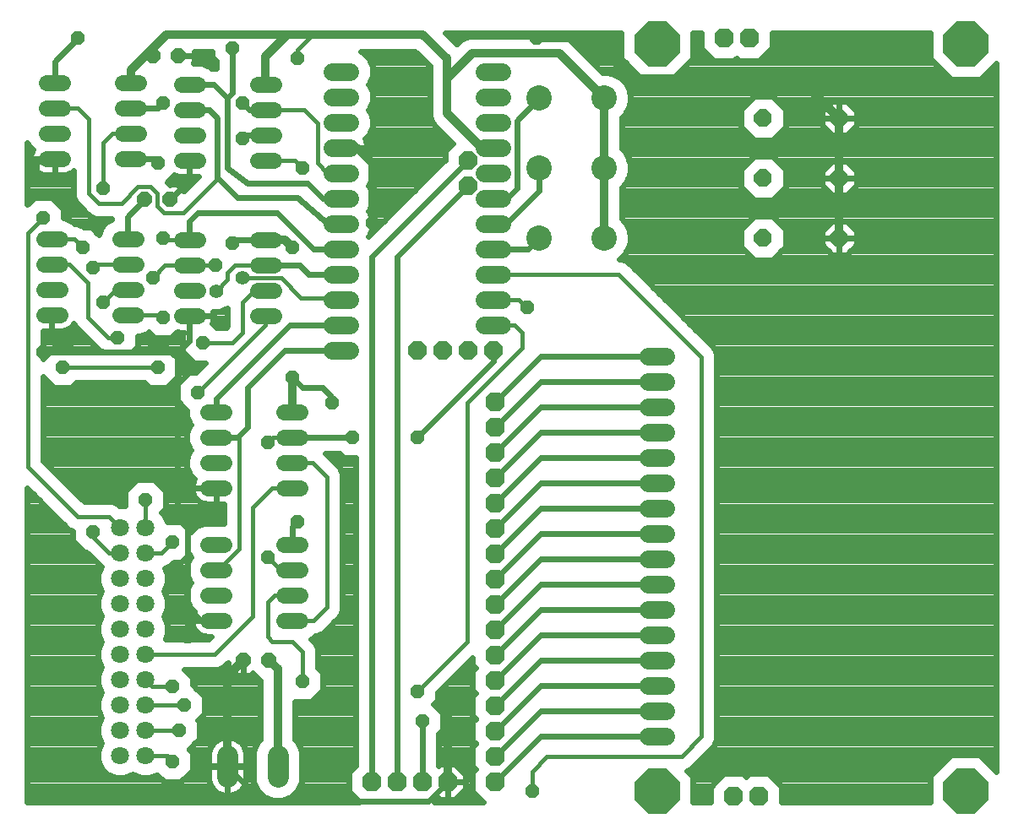
<source format=gbr>
G75*
%MOIN*%
%OFA0B0*%
%FSLAX25Y25*%
%IPPOS*%
%LPD*%
%AMOC8*
5,1,8,0,0,1.08239X$1,22.5*
%
%ADD10OC8,0.07087*%
%ADD11C,0.07087*%
%ADD12OC8,0.05906*%
%ADD13C,0.06350*%
%ADD14C,0.07087*%
%ADD15C,0.07000*%
%ADD16OC8,0.17717*%
%ADD17OC8,0.07600*%
%ADD18C,0.08350*%
%ADD19C,0.10000*%
%ADD20OC8,0.07000*%
%ADD21C,0.02400*%
%ADD22C,0.03200*%
%ADD23OC8,0.05600*%
%ADD24C,0.01600*%
%ADD25OC8,0.05512*%
%ADD26C,0.01575*%
%ADD27C,0.05512*%
D10*
X0187792Y0216571D03*
X0197792Y0216571D03*
X0207792Y0216571D03*
X0217792Y0216571D03*
X0207792Y0281571D03*
X0207792Y0291571D03*
D11*
X0214249Y0296571D02*
X0221335Y0296571D01*
X0221335Y0306571D02*
X0214249Y0306571D01*
X0214249Y0316571D02*
X0221335Y0316571D01*
X0221335Y0326571D02*
X0214249Y0326571D01*
X0214249Y0286571D02*
X0221335Y0286571D01*
X0221335Y0276571D02*
X0214249Y0276571D01*
X0214249Y0266571D02*
X0221335Y0266571D01*
X0221335Y0256571D02*
X0214249Y0256571D01*
X0214249Y0246571D02*
X0221335Y0246571D01*
X0221335Y0236571D02*
X0214249Y0236571D01*
X0214249Y0226571D02*
X0221335Y0226571D01*
X0161335Y0226571D02*
X0154249Y0226571D01*
X0154249Y0216571D02*
X0161335Y0216571D01*
X0161335Y0236571D02*
X0154249Y0236571D01*
X0154249Y0246571D02*
X0161335Y0246571D01*
X0161335Y0256571D02*
X0154249Y0256571D01*
X0154249Y0266571D02*
X0161335Y0266571D01*
X0161335Y0276571D02*
X0154249Y0276571D01*
X0154249Y0286571D02*
X0161335Y0286571D01*
X0161335Y0296571D02*
X0154249Y0296571D01*
X0154249Y0306571D02*
X0161335Y0306571D01*
X0161335Y0316571D02*
X0154249Y0316571D01*
X0154249Y0326571D02*
X0161335Y0326571D01*
D12*
X0093698Y0332752D03*
X0083698Y0332752D03*
X0080351Y0276020D03*
X0090351Y0276020D03*
X0119288Y0094209D03*
X0129288Y0094209D03*
D13*
X0135365Y0109878D02*
X0141715Y0109878D01*
X0141715Y0119878D02*
X0135365Y0119878D01*
X0135365Y0129878D02*
X0141715Y0129878D01*
X0141715Y0139878D02*
X0135365Y0139878D01*
X0135365Y0162240D02*
X0141715Y0162240D01*
X0141715Y0172240D02*
X0135365Y0172240D01*
X0135365Y0182240D02*
X0141715Y0182240D01*
X0141715Y0192240D02*
X0135365Y0192240D01*
X0111715Y0192240D02*
X0105365Y0192240D01*
X0105365Y0182240D02*
X0111715Y0182240D01*
X0111715Y0172240D02*
X0105365Y0172240D01*
X0105365Y0162240D02*
X0111715Y0162240D01*
X0111715Y0139878D02*
X0105365Y0139878D01*
X0105365Y0129878D02*
X0111715Y0129878D01*
X0111715Y0119878D02*
X0105365Y0119878D01*
X0105365Y0109878D02*
X0111715Y0109878D01*
X0101085Y0229957D02*
X0094735Y0229957D01*
X0094735Y0239957D02*
X0101085Y0239957D01*
X0101085Y0249957D02*
X0094735Y0249957D01*
X0094735Y0259957D02*
X0101085Y0259957D01*
X0124735Y0259957D02*
X0131085Y0259957D01*
X0131085Y0249957D02*
X0124735Y0249957D01*
X0124735Y0239957D02*
X0131085Y0239957D01*
X0131085Y0229957D02*
X0124735Y0229957D01*
X0076754Y0230350D02*
X0070405Y0230350D01*
X0070405Y0240350D02*
X0076754Y0240350D01*
X0076754Y0250350D02*
X0070405Y0250350D01*
X0070405Y0260350D02*
X0076754Y0260350D01*
X0046754Y0260350D02*
X0040405Y0260350D01*
X0040405Y0250350D02*
X0046754Y0250350D01*
X0046754Y0240350D02*
X0040405Y0240350D01*
X0040405Y0230350D02*
X0046754Y0230350D01*
X0047935Y0292161D02*
X0041586Y0292161D01*
X0041586Y0302161D02*
X0047935Y0302161D01*
X0047935Y0312161D02*
X0041586Y0312161D01*
X0041586Y0322161D02*
X0047935Y0322161D01*
X0071586Y0322161D02*
X0077935Y0322161D01*
X0077935Y0312161D02*
X0071586Y0312161D01*
X0071586Y0302161D02*
X0077935Y0302161D01*
X0077935Y0292161D02*
X0071586Y0292161D01*
X0094735Y0291374D02*
X0101085Y0291374D01*
X0101085Y0301374D02*
X0094735Y0301374D01*
X0094735Y0311374D02*
X0101085Y0311374D01*
X0101085Y0321374D02*
X0094735Y0321374D01*
X0124735Y0321374D02*
X0131085Y0321374D01*
X0131085Y0311374D02*
X0124735Y0311374D01*
X0124735Y0301374D02*
X0131085Y0301374D01*
X0131085Y0291374D02*
X0124735Y0291374D01*
D14*
X0080587Y0146453D03*
X0070587Y0146453D03*
X0070587Y0136453D03*
X0080587Y0136453D03*
X0080587Y0126453D03*
X0070587Y0126453D03*
X0070587Y0116453D03*
X0070587Y0106453D03*
X0080587Y0106453D03*
X0080587Y0116453D03*
X0080587Y0096453D03*
X0070587Y0096453D03*
X0070587Y0086453D03*
X0070587Y0076453D03*
X0080587Y0076453D03*
X0080587Y0086453D03*
X0080587Y0066453D03*
X0070587Y0066453D03*
X0070587Y0056453D03*
X0080587Y0056453D03*
D15*
X0278938Y0064051D02*
X0285938Y0064051D01*
X0285938Y0074051D02*
X0278938Y0074051D01*
X0278938Y0084051D02*
X0285938Y0084051D01*
X0285938Y0094051D02*
X0278938Y0094051D01*
X0278938Y0104051D02*
X0285938Y0104051D01*
X0285938Y0114051D02*
X0278938Y0114051D01*
X0278938Y0124051D02*
X0285938Y0124051D01*
X0285938Y0134051D02*
X0278938Y0134051D01*
X0278938Y0144051D02*
X0285938Y0144051D01*
X0285938Y0154051D02*
X0278938Y0154051D01*
X0278938Y0164051D02*
X0285938Y0164051D01*
X0285938Y0174051D02*
X0278938Y0174051D01*
X0278938Y0184051D02*
X0285938Y0184051D01*
X0285938Y0194051D02*
X0278938Y0194051D01*
X0278938Y0204051D02*
X0285938Y0204051D01*
X0285938Y0214051D02*
X0278938Y0214051D01*
D16*
X0282438Y0337516D03*
X0404170Y0337516D03*
X0404170Y0042555D03*
X0282438Y0042555D03*
D17*
X0312713Y0040429D03*
X0322713Y0040429D03*
X0218698Y0046138D03*
X0218698Y0056138D03*
X0218698Y0066138D03*
X0218698Y0076138D03*
X0218698Y0086138D03*
X0218698Y0096138D03*
X0218698Y0106138D03*
X0218698Y0116138D03*
X0218698Y0126138D03*
X0218698Y0136138D03*
X0218698Y0146138D03*
X0218698Y0156138D03*
X0218698Y0166138D03*
X0218698Y0176138D03*
X0218698Y0186138D03*
X0218698Y0196138D03*
X0308776Y0339642D03*
X0318776Y0339642D03*
X0199792Y0046138D03*
X0189792Y0046138D03*
X0179792Y0046138D03*
X0169792Y0046138D03*
D18*
X0132731Y0048065D02*
X0132731Y0056415D01*
X0112931Y0056415D02*
X0112931Y0048065D01*
D19*
X0236020Y0260902D03*
X0261611Y0260902D03*
X0261611Y0288461D03*
X0236020Y0288461D03*
X0236020Y0316020D03*
X0261611Y0316020D03*
D20*
X0324367Y0308146D03*
X0324367Y0284524D03*
X0324367Y0260902D03*
X0354367Y0260902D03*
X0354367Y0284524D03*
X0354367Y0308146D03*
D21*
X0034043Y0162071D02*
X0034043Y0038255D01*
X0164947Y0038255D01*
X0160792Y0042410D01*
X0160792Y0049866D01*
X0163392Y0052466D01*
X0163392Y0174161D01*
X0158888Y0174161D01*
X0157288Y0175761D01*
X0151496Y0175761D01*
X0155758Y0171500D01*
X0157445Y0169812D01*
X0158359Y0167607D01*
X0158359Y0114039D01*
X0157445Y0111834D01*
X0150403Y0104791D01*
X0148198Y0103878D01*
X0147559Y0103878D01*
X0146459Y0102778D01*
X0145950Y0102567D01*
X0147603Y0100914D01*
X0148516Y0098709D01*
X0148516Y0091018D01*
X0150516Y0089018D01*
X0150516Y0082391D01*
X0145830Y0077705D01*
X0139531Y0077705D01*
X0139531Y0062873D01*
X0140679Y0061725D01*
X0142106Y0058280D01*
X0142106Y0046201D01*
X0140679Y0042755D01*
X0138042Y0040118D01*
X0134596Y0038691D01*
X0130867Y0038691D01*
X0127421Y0040118D01*
X0124784Y0042755D01*
X0123357Y0046201D01*
X0123357Y0058280D01*
X0124784Y0061725D01*
X0125931Y0062873D01*
X0125931Y0086056D01*
X0125911Y0086056D01*
X0122874Y0089093D01*
X0121837Y0088056D01*
X0119288Y0088056D01*
X0119288Y0094209D01*
X0119288Y0088056D01*
X0116739Y0088056D01*
X0113135Y0091660D01*
X0113135Y0093114D01*
X0113075Y0093054D01*
X0111388Y0091366D01*
X0109182Y0090453D01*
X0095932Y0090453D01*
X0099335Y0087050D01*
X0099335Y0084294D01*
X0103863Y0079766D01*
X0103863Y0073139D01*
X0101114Y0070390D01*
X0101737Y0069766D01*
X0101737Y0063139D01*
X0097728Y0059130D01*
X0099335Y0057522D01*
X0099335Y0050895D01*
X0094649Y0046209D01*
X0088022Y0046209D01*
X0085292Y0048938D01*
X0082326Y0047709D01*
X0078848Y0047709D01*
X0075635Y0049041D01*
X0075587Y0049088D01*
X0075540Y0049041D01*
X0072326Y0047709D01*
X0068848Y0047709D01*
X0065635Y0049041D01*
X0063175Y0051500D01*
X0061844Y0054714D01*
X0061844Y0058192D01*
X0063175Y0061405D01*
X0063222Y0061453D01*
X0063175Y0061500D01*
X0061844Y0064714D01*
X0061844Y0068192D01*
X0063175Y0071405D01*
X0063222Y0071453D01*
X0063175Y0071500D01*
X0061844Y0074714D01*
X0061844Y0078192D01*
X0063175Y0081405D01*
X0063222Y0081453D01*
X0063175Y0081500D01*
X0061844Y0084714D01*
X0061844Y0088192D01*
X0063175Y0091405D01*
X0063222Y0091453D01*
X0063175Y0091500D01*
X0061844Y0094714D01*
X0061844Y0098192D01*
X0063175Y0101405D01*
X0063222Y0101453D01*
X0063175Y0101500D01*
X0061844Y0104714D01*
X0061844Y0108192D01*
X0063175Y0111405D01*
X0063222Y0111453D01*
X0063175Y0111500D01*
X0061844Y0114714D01*
X0061844Y0118192D01*
X0063175Y0121405D01*
X0063222Y0121453D01*
X0063175Y0121500D01*
X0061844Y0124714D01*
X0061844Y0128192D01*
X0063103Y0131232D01*
X0062779Y0131366D01*
X0061091Y0133054D01*
X0057385Y0136760D01*
X0056526Y0136760D01*
X0051839Y0141446D01*
X0051839Y0145039D01*
X0050535Y0145579D01*
X0048847Y0147267D01*
X0034043Y0162071D01*
X0034043Y0159676D02*
X0036438Y0159676D01*
X0034043Y0157278D02*
X0038836Y0157278D01*
X0041235Y0154879D02*
X0034043Y0154879D01*
X0034043Y0152481D02*
X0043633Y0152481D01*
X0046032Y0150082D02*
X0034043Y0150082D01*
X0034043Y0147684D02*
X0048430Y0147684D01*
X0051244Y0145285D02*
X0034043Y0145285D01*
X0034043Y0142887D02*
X0051839Y0142887D01*
X0052797Y0140488D02*
X0034043Y0140488D01*
X0034043Y0138090D02*
X0055196Y0138090D01*
X0058454Y0135691D02*
X0034043Y0135691D01*
X0034043Y0133293D02*
X0060853Y0133293D01*
X0062963Y0130894D02*
X0034043Y0130894D01*
X0034043Y0128496D02*
X0061970Y0128496D01*
X0061844Y0126097D02*
X0034043Y0126097D01*
X0034043Y0123699D02*
X0062264Y0123699D01*
X0063131Y0121300D02*
X0034043Y0121300D01*
X0034043Y0118902D02*
X0062138Y0118902D01*
X0061844Y0116503D02*
X0034043Y0116503D01*
X0034043Y0114105D02*
X0062096Y0114105D01*
X0063090Y0111706D02*
X0034043Y0111706D01*
X0034043Y0109307D02*
X0062306Y0109307D01*
X0061844Y0106909D02*
X0034043Y0106909D01*
X0034043Y0104510D02*
X0061928Y0104510D01*
X0062922Y0102112D02*
X0034043Y0102112D01*
X0034043Y0099713D02*
X0062474Y0099713D01*
X0061844Y0097315D02*
X0034043Y0097315D01*
X0034043Y0094916D02*
X0061844Y0094916D01*
X0062753Y0092518D02*
X0034043Y0092518D01*
X0034043Y0090119D02*
X0062642Y0090119D01*
X0061844Y0087721D02*
X0034043Y0087721D01*
X0034043Y0085322D02*
X0061844Y0085322D01*
X0062585Y0082924D02*
X0034043Y0082924D01*
X0034043Y0080525D02*
X0062811Y0080525D01*
X0061844Y0078127D02*
X0034043Y0078127D01*
X0034043Y0075728D02*
X0061844Y0075728D01*
X0062417Y0073330D02*
X0034043Y0073330D01*
X0034043Y0070931D02*
X0062979Y0070931D01*
X0061985Y0068533D02*
X0034043Y0068533D01*
X0034043Y0066134D02*
X0061844Y0066134D01*
X0062249Y0063736D02*
X0034043Y0063736D01*
X0034043Y0061337D02*
X0063147Y0061337D01*
X0062153Y0058939D02*
X0034043Y0058939D01*
X0034043Y0056540D02*
X0061844Y0056540D01*
X0062081Y0054142D02*
X0034043Y0054142D01*
X0034043Y0051743D02*
X0063074Y0051743D01*
X0065330Y0049345D02*
X0034043Y0049345D01*
X0034043Y0046946D02*
X0087284Y0046946D01*
X0095387Y0046946D02*
X0105640Y0046946D01*
X0105683Y0046623D02*
X0105933Y0045690D01*
X0106303Y0044797D01*
X0106786Y0043959D01*
X0107375Y0043192D01*
X0108058Y0042509D01*
X0108825Y0041920D01*
X0109663Y0041437D01*
X0110556Y0041067D01*
X0111490Y0040817D01*
X0112448Y0040691D01*
X0112831Y0040691D01*
X0112831Y0052140D01*
X0105557Y0052140D01*
X0105557Y0047582D01*
X0105683Y0046623D01*
X0106447Y0044548D02*
X0034043Y0044548D01*
X0034043Y0042149D02*
X0108527Y0042149D01*
X0112831Y0042149D02*
X0113031Y0042149D01*
X0113031Y0040691D02*
X0113415Y0040691D01*
X0114373Y0040817D01*
X0115307Y0041067D01*
X0116200Y0041437D01*
X0117037Y0041920D01*
X0117804Y0042509D01*
X0118488Y0043192D01*
X0119076Y0043959D01*
X0119560Y0044797D01*
X0119930Y0045690D01*
X0120180Y0046623D01*
X0120306Y0047582D01*
X0120306Y0052140D01*
X0113031Y0052140D01*
X0113031Y0040691D01*
X0113031Y0044548D02*
X0112831Y0044548D01*
X0112831Y0046946D02*
X0113031Y0046946D01*
X0113031Y0049345D02*
X0112831Y0049345D01*
X0112831Y0051743D02*
X0113031Y0051743D01*
X0113031Y0052140D02*
X0112831Y0052140D01*
X0112831Y0052340D01*
X0105557Y0052340D01*
X0105557Y0056898D01*
X0105683Y0057857D01*
X0105933Y0058791D01*
X0106303Y0059684D01*
X0106786Y0060521D01*
X0107375Y0061288D01*
X0108058Y0061972D01*
X0108825Y0062560D01*
X0109663Y0063043D01*
X0110556Y0063413D01*
X0111490Y0063664D01*
X0112448Y0063790D01*
X0112831Y0063790D01*
X0112831Y0052340D01*
X0113031Y0052340D01*
X0113031Y0063790D01*
X0113415Y0063790D01*
X0114373Y0063664D01*
X0115307Y0063413D01*
X0116200Y0063043D01*
X0117037Y0062560D01*
X0117804Y0061972D01*
X0118488Y0061288D01*
X0119076Y0060521D01*
X0119560Y0059684D01*
X0119930Y0058791D01*
X0120180Y0057857D01*
X0120306Y0056898D01*
X0120306Y0052340D01*
X0113031Y0052340D01*
X0113031Y0052140D01*
X0112931Y0052240D02*
X0126711Y0038461D01*
X0192115Y0038461D01*
X0199792Y0046138D01*
X0199792Y0046138D01*
X0199792Y0053138D01*
X0202691Y0053138D01*
X0206792Y0049037D01*
X0206792Y0046138D01*
X0199792Y0046138D01*
X0199792Y0053138D01*
X0196892Y0053138D01*
X0196206Y0052451D01*
X0196192Y0052466D01*
X0196192Y0065074D01*
X0197760Y0066643D01*
X0197760Y0073270D01*
X0194184Y0076846D01*
X0195792Y0078454D01*
X0195792Y0081282D01*
X0209698Y0095188D01*
X0209698Y0092410D01*
X0210970Y0091138D01*
X0209698Y0089866D01*
X0209698Y0082410D01*
X0210970Y0081138D01*
X0209698Y0079866D01*
X0209698Y0072410D01*
X0210970Y0071138D01*
X0209698Y0069866D01*
X0209698Y0062410D01*
X0210970Y0061138D01*
X0209698Y0059866D01*
X0209698Y0052410D01*
X0210970Y0051138D01*
X0209698Y0049866D01*
X0209698Y0042410D01*
X0213852Y0038255D01*
X0194637Y0038255D01*
X0196206Y0039824D01*
X0196892Y0039138D01*
X0199792Y0039138D01*
X0202691Y0039138D01*
X0206792Y0043238D01*
X0206792Y0046138D01*
X0199792Y0046138D01*
X0199792Y0046138D01*
X0199792Y0039138D01*
X0199792Y0046138D01*
X0199792Y0046138D01*
X0199792Y0046946D02*
X0199792Y0046946D01*
X0199792Y0044548D02*
X0199792Y0044548D01*
X0199792Y0042149D02*
X0199792Y0042149D01*
X0199792Y0039751D02*
X0199792Y0039751D01*
X0203304Y0039751D02*
X0212357Y0039751D01*
X0209958Y0042149D02*
X0205703Y0042149D01*
X0206792Y0044548D02*
X0209698Y0044548D01*
X0209698Y0046946D02*
X0206792Y0046946D01*
X0206485Y0049345D02*
X0209698Y0049345D01*
X0210364Y0051743D02*
X0204086Y0051743D01*
X0199792Y0051743D02*
X0199792Y0051743D01*
X0199792Y0049345D02*
X0199792Y0049345D01*
X0196192Y0054142D02*
X0209698Y0054142D01*
X0209698Y0056540D02*
X0196192Y0056540D01*
X0196192Y0058939D02*
X0209698Y0058939D01*
X0210770Y0061337D02*
X0196192Y0061337D01*
X0196192Y0063736D02*
X0209698Y0063736D01*
X0209698Y0066134D02*
X0197252Y0066134D01*
X0197760Y0068533D02*
X0209698Y0068533D01*
X0210763Y0070931D02*
X0197760Y0070931D01*
X0197701Y0073330D02*
X0209698Y0073330D01*
X0209698Y0075728D02*
X0195303Y0075728D01*
X0195465Y0078127D02*
X0209698Y0078127D01*
X0210357Y0080525D02*
X0195792Y0080525D01*
X0197433Y0082924D02*
X0209698Y0082924D01*
X0209698Y0085322D02*
X0199832Y0085322D01*
X0202230Y0087721D02*
X0209698Y0087721D01*
X0209951Y0090119D02*
X0204629Y0090119D01*
X0207027Y0092518D02*
X0209698Y0092518D01*
X0209698Y0094916D02*
X0209426Y0094916D01*
X0218698Y0096138D02*
X0236611Y0114051D01*
X0282438Y0114051D01*
X0282438Y0124051D02*
X0236611Y0124051D01*
X0218698Y0106138D01*
X0218698Y0116138D02*
X0236611Y0134051D01*
X0282438Y0134051D01*
X0282438Y0144051D02*
X0236611Y0144051D01*
X0218698Y0126138D01*
X0218698Y0136138D02*
X0236611Y0154051D01*
X0282438Y0154051D01*
X0282438Y0164051D02*
X0236611Y0164051D01*
X0218698Y0146138D01*
X0218698Y0156138D02*
X0236611Y0174051D01*
X0282438Y0174051D01*
X0282438Y0184051D02*
X0236611Y0184051D01*
X0218698Y0166138D01*
X0218698Y0176138D02*
X0236611Y0194051D01*
X0282438Y0194051D01*
X0282438Y0204051D02*
X0236611Y0204051D01*
X0218698Y0186138D01*
X0218698Y0196138D02*
X0236611Y0214051D01*
X0282438Y0214051D01*
X0297703Y0224436D02*
X0416344Y0224436D01*
X0416344Y0222038D02*
X0300102Y0222038D01*
X0302500Y0219639D02*
X0416344Y0219639D01*
X0416344Y0217240D02*
X0304899Y0217240D01*
X0305083Y0217056D02*
X0303395Y0218744D01*
X0272170Y0249970D01*
X0270482Y0251657D01*
X0268277Y0252571D01*
X0267582Y0252571D01*
X0267874Y0252740D01*
X0269773Y0254639D01*
X0271116Y0256965D01*
X0271811Y0259559D01*
X0271811Y0262244D01*
X0271116Y0264839D01*
X0269773Y0267165D01*
X0268411Y0268527D01*
X0268411Y0280836D01*
X0269773Y0282198D01*
X0271116Y0284524D01*
X0271811Y0287118D01*
X0271811Y0289803D01*
X0271116Y0292398D01*
X0269773Y0294724D01*
X0268411Y0296086D01*
X0268411Y0308395D01*
X0269773Y0309757D01*
X0271116Y0312083D01*
X0271811Y0314677D01*
X0271811Y0317363D01*
X0271116Y0319957D01*
X0269773Y0322283D01*
X0267874Y0324182D01*
X0265548Y0325525D01*
X0262954Y0326220D01*
X0261028Y0326220D01*
X0249659Y0337588D01*
X0247746Y0339501D01*
X0245247Y0340536D01*
X0208093Y0340536D01*
X0205594Y0339501D01*
X0203540Y0337447D01*
X0203455Y0337532D01*
X0203371Y0337567D01*
X0198899Y0341816D01*
X0268379Y0341816D01*
X0268379Y0331693D01*
X0276615Y0323457D01*
X0288261Y0323457D01*
X0296496Y0331693D01*
X0296496Y0341816D01*
X0299776Y0341816D01*
X0299776Y0335914D01*
X0305048Y0330642D01*
X0312504Y0330642D01*
X0313776Y0331914D01*
X0315048Y0330642D01*
X0322504Y0330642D01*
X0327776Y0335914D01*
X0327776Y0341816D01*
X0390112Y0341816D01*
X0390112Y0331693D01*
X0398347Y0323457D01*
X0409993Y0323457D01*
X0416344Y0329808D01*
X0416344Y0050262D01*
X0409993Y0056613D01*
X0398347Y0056613D01*
X0390112Y0048378D01*
X0390112Y0038255D01*
X0331713Y0038255D01*
X0331713Y0044157D01*
X0326441Y0049429D01*
X0318985Y0049429D01*
X0317713Y0048157D01*
X0316441Y0049429D01*
X0308985Y0049429D01*
X0303713Y0044157D01*
X0303713Y0038255D01*
X0296496Y0038255D01*
X0296496Y0048378D01*
X0294293Y0050582D01*
X0295521Y0051091D01*
X0297209Y0052778D01*
X0305083Y0060652D01*
X0305997Y0062858D01*
X0305997Y0214851D01*
X0305083Y0217056D01*
X0305997Y0214842D02*
X0416344Y0214842D01*
X0416344Y0212443D02*
X0305997Y0212443D01*
X0305997Y0210045D02*
X0416344Y0210045D01*
X0416344Y0207646D02*
X0305997Y0207646D01*
X0305997Y0205248D02*
X0416344Y0205248D01*
X0416344Y0202849D02*
X0305997Y0202849D01*
X0305997Y0200451D02*
X0416344Y0200451D01*
X0416344Y0198052D02*
X0305997Y0198052D01*
X0305997Y0195654D02*
X0416344Y0195654D01*
X0416344Y0193255D02*
X0305997Y0193255D01*
X0305997Y0190857D02*
X0416344Y0190857D01*
X0416344Y0188458D02*
X0305997Y0188458D01*
X0305997Y0186060D02*
X0416344Y0186060D01*
X0416344Y0183661D02*
X0305997Y0183661D01*
X0305997Y0181263D02*
X0416344Y0181263D01*
X0416344Y0178864D02*
X0305997Y0178864D01*
X0305997Y0176466D02*
X0416344Y0176466D01*
X0416344Y0174067D02*
X0305997Y0174067D01*
X0305997Y0171669D02*
X0416344Y0171669D01*
X0416344Y0169270D02*
X0305997Y0169270D01*
X0305997Y0166872D02*
X0416344Y0166872D01*
X0416344Y0164473D02*
X0305997Y0164473D01*
X0305997Y0162075D02*
X0416344Y0162075D01*
X0416344Y0159676D02*
X0305997Y0159676D01*
X0305997Y0157278D02*
X0416344Y0157278D01*
X0416344Y0154879D02*
X0305997Y0154879D01*
X0305997Y0152481D02*
X0416344Y0152481D01*
X0416344Y0150082D02*
X0305997Y0150082D01*
X0305997Y0147684D02*
X0416344Y0147684D01*
X0416344Y0145285D02*
X0305997Y0145285D01*
X0305997Y0142887D02*
X0416344Y0142887D01*
X0416344Y0140488D02*
X0305997Y0140488D01*
X0305997Y0138090D02*
X0416344Y0138090D01*
X0416344Y0135691D02*
X0305997Y0135691D01*
X0305997Y0133293D02*
X0416344Y0133293D01*
X0416344Y0130894D02*
X0305997Y0130894D01*
X0305997Y0128496D02*
X0416344Y0128496D01*
X0416344Y0126097D02*
X0305997Y0126097D01*
X0305997Y0123699D02*
X0416344Y0123699D01*
X0416344Y0121300D02*
X0305997Y0121300D01*
X0305997Y0118902D02*
X0416344Y0118902D01*
X0416344Y0116503D02*
X0305997Y0116503D01*
X0305997Y0114105D02*
X0416344Y0114105D01*
X0416344Y0111706D02*
X0305997Y0111706D01*
X0305997Y0109307D02*
X0416344Y0109307D01*
X0416344Y0106909D02*
X0305997Y0106909D01*
X0305997Y0104510D02*
X0416344Y0104510D01*
X0416344Y0102112D02*
X0305997Y0102112D01*
X0305997Y0099713D02*
X0416344Y0099713D01*
X0416344Y0097315D02*
X0305997Y0097315D01*
X0305997Y0094916D02*
X0416344Y0094916D01*
X0416344Y0092518D02*
X0305997Y0092518D01*
X0305997Y0090119D02*
X0416344Y0090119D01*
X0416344Y0087721D02*
X0305997Y0087721D01*
X0305997Y0085322D02*
X0416344Y0085322D01*
X0416344Y0082924D02*
X0305997Y0082924D01*
X0305997Y0080525D02*
X0416344Y0080525D01*
X0416344Y0078127D02*
X0305997Y0078127D01*
X0305997Y0075728D02*
X0416344Y0075728D01*
X0416344Y0073330D02*
X0305997Y0073330D01*
X0305997Y0070931D02*
X0416344Y0070931D01*
X0416344Y0068533D02*
X0305997Y0068533D01*
X0305997Y0066134D02*
X0416344Y0066134D01*
X0416344Y0063736D02*
X0305997Y0063736D01*
X0305367Y0061337D02*
X0416344Y0061337D01*
X0416344Y0058939D02*
X0303370Y0058939D01*
X0300971Y0056540D02*
X0398274Y0056540D01*
X0395875Y0054142D02*
X0298573Y0054142D01*
X0296174Y0051743D02*
X0393477Y0051743D01*
X0391078Y0049345D02*
X0326526Y0049345D01*
X0328924Y0046946D02*
X0390112Y0046946D01*
X0390112Y0044548D02*
X0331323Y0044548D01*
X0331713Y0042149D02*
X0390112Y0042149D01*
X0390112Y0039751D02*
X0331713Y0039751D01*
X0318901Y0049345D02*
X0316526Y0049345D01*
X0308901Y0049345D02*
X0295529Y0049345D01*
X0296496Y0046946D02*
X0306502Y0046946D01*
X0304104Y0044548D02*
X0296496Y0044548D01*
X0296496Y0042149D02*
X0303713Y0042149D01*
X0303713Y0039751D02*
X0296496Y0039751D01*
X0282438Y0064051D02*
X0236611Y0064051D01*
X0218698Y0046138D01*
X0218698Y0056138D02*
X0236611Y0074051D01*
X0282438Y0074051D01*
X0282438Y0084051D02*
X0236611Y0084051D01*
X0218698Y0066138D01*
X0218698Y0076138D02*
X0236611Y0094051D01*
X0282438Y0094051D01*
X0282438Y0104051D02*
X0236611Y0104051D01*
X0218698Y0086138D01*
X0189792Y0069925D02*
X0189760Y0069957D01*
X0189792Y0069925D02*
X0189792Y0046138D01*
X0196133Y0039751D02*
X0196280Y0039751D01*
X0179792Y0046138D02*
X0179792Y0253571D01*
X0207792Y0281571D01*
X0217792Y0276571D02*
X0223146Y0276571D01*
X0227162Y0280587D01*
X0227162Y0307161D01*
X0236020Y0316020D01*
X0254878Y0332369D02*
X0268379Y0332369D01*
X0268379Y0334768D02*
X0252480Y0334768D01*
X0250081Y0337166D02*
X0268379Y0337166D01*
X0268379Y0339565D02*
X0247593Y0339565D01*
X0257277Y0329971D02*
X0270101Y0329971D01*
X0272500Y0327572D02*
X0259675Y0327572D01*
X0266156Y0325173D02*
X0274899Y0325173D01*
X0269281Y0322775D02*
X0416344Y0322775D01*
X0416344Y0325173D02*
X0411709Y0325173D01*
X0414108Y0327572D02*
X0416344Y0327572D01*
X0416344Y0320376D02*
X0270873Y0320376D01*
X0271646Y0317978D02*
X0416344Y0317978D01*
X0416344Y0315579D02*
X0329237Y0315579D01*
X0327970Y0316846D02*
X0333067Y0311749D01*
X0333067Y0304542D01*
X0327970Y0299446D01*
X0320763Y0299446D01*
X0315667Y0304542D01*
X0315667Y0311749D01*
X0320763Y0316846D01*
X0327970Y0316846D01*
X0331635Y0313181D02*
X0349927Y0313181D01*
X0351592Y0314846D02*
X0347667Y0310921D01*
X0347667Y0308146D01*
X0354367Y0308146D01*
X0354367Y0308146D01*
X0354367Y0314846D01*
X0357142Y0314846D01*
X0361067Y0310921D01*
X0361067Y0308146D01*
X0354367Y0308146D01*
X0354367Y0308146D01*
X0354367Y0314846D01*
X0351592Y0314846D01*
X0354367Y0313181D02*
X0354367Y0313181D01*
X0354367Y0310782D02*
X0354367Y0310782D01*
X0354367Y0308384D02*
X0354367Y0308384D01*
X0354367Y0308146D02*
X0354367Y0308146D01*
X0361067Y0308146D01*
X0361067Y0305370D01*
X0357142Y0301446D01*
X0354367Y0301446D01*
X0354367Y0308146D01*
X0354367Y0308146D01*
X0347667Y0308146D01*
X0347667Y0305370D01*
X0351592Y0301446D01*
X0354367Y0301446D01*
X0354367Y0308146D01*
X0354367Y0305985D02*
X0354367Y0305985D01*
X0354367Y0303587D02*
X0354367Y0303587D01*
X0359283Y0303587D02*
X0416344Y0303587D01*
X0416344Y0305985D02*
X0361067Y0305985D01*
X0361067Y0308384D02*
X0416344Y0308384D01*
X0416344Y0310782D02*
X0361067Y0310782D01*
X0358807Y0313181D02*
X0416344Y0313181D01*
X0416344Y0301188D02*
X0329713Y0301188D01*
X0332112Y0303587D02*
X0349450Y0303587D01*
X0347667Y0305985D02*
X0333067Y0305985D01*
X0333067Y0308384D02*
X0347667Y0308384D01*
X0347667Y0310782D02*
X0333067Y0310782D01*
X0319497Y0315579D02*
X0271811Y0315579D01*
X0271410Y0313181D02*
X0317098Y0313181D01*
X0315667Y0310782D02*
X0270365Y0310782D01*
X0268411Y0308384D02*
X0315667Y0308384D01*
X0315667Y0305985D02*
X0268411Y0305985D01*
X0268411Y0303587D02*
X0316622Y0303587D01*
X0319020Y0301188D02*
X0268411Y0301188D01*
X0268411Y0298790D02*
X0416344Y0298790D01*
X0416344Y0296391D02*
X0268411Y0296391D01*
X0270195Y0293993D02*
X0416344Y0293993D01*
X0416344Y0291594D02*
X0329600Y0291594D01*
X0327970Y0293224D02*
X0333067Y0288127D01*
X0333067Y0280920D01*
X0327970Y0275824D01*
X0320763Y0275824D01*
X0315667Y0280920D01*
X0315667Y0288127D01*
X0320763Y0293224D01*
X0327970Y0293224D01*
X0331998Y0289196D02*
X0349564Y0289196D01*
X0347667Y0287299D02*
X0347667Y0284524D01*
X0354367Y0284524D01*
X0354367Y0284524D01*
X0354367Y0291224D01*
X0357142Y0291224D01*
X0361067Y0287299D01*
X0361067Y0284524D01*
X0354367Y0284524D01*
X0354367Y0284524D01*
X0354367Y0291224D01*
X0351592Y0291224D01*
X0347667Y0287299D01*
X0347667Y0286797D02*
X0333067Y0286797D01*
X0333067Y0284399D02*
X0347667Y0284399D01*
X0347667Y0284524D02*
X0347667Y0281748D01*
X0351592Y0277824D01*
X0354367Y0277824D01*
X0357142Y0277824D01*
X0361067Y0281748D01*
X0361067Y0284524D01*
X0354367Y0284524D01*
X0354367Y0284524D01*
X0354367Y0284523D02*
X0354367Y0277824D01*
X0354367Y0284523D01*
X0354367Y0284523D01*
X0354367Y0284524D02*
X0347667Y0284524D01*
X0347667Y0282000D02*
X0333067Y0282000D01*
X0331749Y0279602D02*
X0349813Y0279602D01*
X0354367Y0279602D02*
X0354367Y0279602D01*
X0354367Y0282000D02*
X0354367Y0282000D01*
X0354367Y0284399D02*
X0354367Y0284399D01*
X0354367Y0286797D02*
X0354367Y0286797D01*
X0354367Y0289196D02*
X0354367Y0289196D01*
X0359170Y0289196D02*
X0416344Y0289196D01*
X0416344Y0286797D02*
X0361067Y0286797D01*
X0361067Y0284399D02*
X0416344Y0284399D01*
X0416344Y0282000D02*
X0361067Y0282000D01*
X0358920Y0279602D02*
X0416344Y0279602D01*
X0416344Y0277203D02*
X0329350Y0277203D01*
X0327970Y0269602D02*
X0320763Y0269602D01*
X0315667Y0264505D01*
X0315667Y0257298D01*
X0320763Y0252202D01*
X0327970Y0252202D01*
X0333067Y0257298D01*
X0333067Y0264505D01*
X0327970Y0269602D01*
X0329963Y0267609D02*
X0416344Y0267609D01*
X0416344Y0265211D02*
X0359533Y0265211D01*
X0361067Y0263677D02*
X0357142Y0267602D01*
X0354367Y0267602D01*
X0354367Y0260902D01*
X0354367Y0260902D01*
X0361067Y0260902D01*
X0361067Y0263677D01*
X0361067Y0262812D02*
X0416344Y0262812D01*
X0416344Y0260414D02*
X0361067Y0260414D01*
X0361067Y0260902D02*
X0361067Y0258126D01*
X0357142Y0254202D01*
X0354367Y0254202D01*
X0354367Y0260901D01*
X0354367Y0260901D01*
X0354367Y0260902D02*
X0354367Y0260902D01*
X0354367Y0267602D01*
X0351592Y0267602D01*
X0347667Y0263677D01*
X0347667Y0260902D01*
X0354367Y0260902D01*
X0361067Y0260902D01*
X0360956Y0258015D02*
X0416344Y0258015D01*
X0416344Y0255617D02*
X0358557Y0255617D01*
X0354367Y0255617D02*
X0354367Y0255617D01*
X0354367Y0254202D02*
X0354367Y0260901D01*
X0354367Y0260902D02*
X0347667Y0260902D01*
X0347667Y0258126D01*
X0351592Y0254202D01*
X0354367Y0254202D01*
X0354367Y0258015D02*
X0354367Y0258015D01*
X0354367Y0260414D02*
X0354367Y0260414D01*
X0354367Y0260902D02*
X0354367Y0260902D01*
X0354367Y0262812D02*
X0354367Y0262812D01*
X0354367Y0265211D02*
X0354367Y0265211D01*
X0349201Y0265211D02*
X0332361Y0265211D01*
X0333067Y0262812D02*
X0347667Y0262812D01*
X0347667Y0260414D02*
X0333067Y0260414D01*
X0333067Y0258015D02*
X0347778Y0258015D01*
X0350176Y0255617D02*
X0331386Y0255617D01*
X0328987Y0253218D02*
X0416344Y0253218D01*
X0416344Y0250820D02*
X0271320Y0250820D01*
X0272170Y0249970D02*
X0272170Y0249970D01*
X0273718Y0248421D02*
X0416344Y0248421D01*
X0416344Y0246023D02*
X0276117Y0246023D01*
X0278515Y0243624D02*
X0416344Y0243624D01*
X0416344Y0241226D02*
X0280914Y0241226D01*
X0283312Y0238827D02*
X0416344Y0238827D01*
X0416344Y0236429D02*
X0285711Y0236429D01*
X0288109Y0234030D02*
X0416344Y0234030D01*
X0416344Y0231632D02*
X0290508Y0231632D01*
X0292906Y0229233D02*
X0416344Y0229233D01*
X0416344Y0226835D02*
X0295305Y0226835D01*
X0319747Y0253218D02*
X0268352Y0253218D01*
X0270338Y0255617D02*
X0317348Y0255617D01*
X0315667Y0258015D02*
X0271397Y0258015D01*
X0271811Y0260414D02*
X0315667Y0260414D01*
X0315667Y0262812D02*
X0271659Y0262812D01*
X0270901Y0265211D02*
X0316372Y0265211D01*
X0318771Y0267609D02*
X0269328Y0267609D01*
X0268411Y0270008D02*
X0416344Y0270008D01*
X0416344Y0272406D02*
X0268411Y0272406D01*
X0268411Y0274805D02*
X0416344Y0274805D01*
X0396631Y0325173D02*
X0289977Y0325173D01*
X0292375Y0327572D02*
X0394232Y0327572D01*
X0391834Y0329971D02*
X0294774Y0329971D01*
X0296496Y0332369D02*
X0303321Y0332369D01*
X0300923Y0334768D02*
X0296496Y0334768D01*
X0296496Y0337166D02*
X0299776Y0337166D01*
X0299776Y0339565D02*
X0296496Y0339565D01*
X0324231Y0332369D02*
X0390112Y0332369D01*
X0390112Y0334768D02*
X0326630Y0334768D01*
X0327776Y0337166D02*
X0390112Y0337166D01*
X0390112Y0339565D02*
X0327776Y0339565D01*
X0319134Y0291594D02*
X0271331Y0291594D01*
X0271811Y0289196D02*
X0316735Y0289196D01*
X0315667Y0286797D02*
X0271725Y0286797D01*
X0271044Y0284399D02*
X0315667Y0284399D01*
X0315667Y0282000D02*
X0269576Y0282000D01*
X0268411Y0279602D02*
X0316985Y0279602D01*
X0319383Y0277203D02*
X0268411Y0277203D01*
X0236020Y0279602D02*
X0236020Y0288461D01*
X0236020Y0279602D02*
X0222989Y0266571D01*
X0217792Y0266571D01*
X0217792Y0256571D02*
X0231690Y0256571D01*
X0236020Y0260902D01*
X0207792Y0291571D02*
X0169792Y0253571D01*
X0169792Y0046138D01*
X0163451Y0039751D02*
X0137155Y0039751D01*
X0140073Y0042149D02*
X0161053Y0042149D01*
X0160792Y0044548D02*
X0141421Y0044548D01*
X0142106Y0046946D02*
X0160792Y0046946D01*
X0160792Y0049345D02*
X0142106Y0049345D01*
X0142106Y0051743D02*
X0162670Y0051743D01*
X0163392Y0054142D02*
X0142106Y0054142D01*
X0142106Y0056540D02*
X0163392Y0056540D01*
X0163392Y0058939D02*
X0141833Y0058939D01*
X0140840Y0061337D02*
X0163392Y0061337D01*
X0163392Y0063736D02*
X0139531Y0063736D01*
X0139531Y0066134D02*
X0163392Y0066134D01*
X0163392Y0068533D02*
X0139531Y0068533D01*
X0139531Y0070931D02*
X0163392Y0070931D01*
X0163392Y0073330D02*
X0139531Y0073330D01*
X0139531Y0075728D02*
X0163392Y0075728D01*
X0163392Y0078127D02*
X0146252Y0078127D01*
X0148651Y0080525D02*
X0163392Y0080525D01*
X0163392Y0082924D02*
X0150516Y0082924D01*
X0150516Y0085322D02*
X0163392Y0085322D01*
X0163392Y0087721D02*
X0150516Y0087721D01*
X0149415Y0090119D02*
X0163392Y0090119D01*
X0163392Y0092518D02*
X0148516Y0092518D01*
X0148516Y0094916D02*
X0163392Y0094916D01*
X0163392Y0097315D02*
X0148516Y0097315D01*
X0148100Y0099713D02*
X0163392Y0099713D01*
X0163392Y0102112D02*
X0146405Y0102112D01*
X0149725Y0104510D02*
X0163392Y0104510D01*
X0163392Y0106909D02*
X0152521Y0106909D01*
X0154919Y0109307D02*
X0163392Y0109307D01*
X0163392Y0111706D02*
X0157318Y0111706D01*
X0158359Y0114105D02*
X0163392Y0114105D01*
X0163392Y0116503D02*
X0158359Y0116503D01*
X0158359Y0118902D02*
X0163392Y0118902D01*
X0163392Y0121300D02*
X0158359Y0121300D01*
X0158359Y0123699D02*
X0163392Y0123699D01*
X0163392Y0126097D02*
X0158359Y0126097D01*
X0158359Y0128496D02*
X0163392Y0128496D01*
X0163392Y0130894D02*
X0158359Y0130894D01*
X0158359Y0133293D02*
X0163392Y0133293D01*
X0163392Y0135691D02*
X0158359Y0135691D01*
X0158359Y0138090D02*
X0163392Y0138090D01*
X0163392Y0140488D02*
X0158359Y0140488D01*
X0158359Y0142887D02*
X0163392Y0142887D01*
X0163392Y0145285D02*
X0158359Y0145285D01*
X0158359Y0147684D02*
X0163392Y0147684D01*
X0163392Y0150082D02*
X0158359Y0150082D01*
X0158359Y0152481D02*
X0163392Y0152481D01*
X0163392Y0154879D02*
X0158359Y0154879D01*
X0158359Y0157278D02*
X0163392Y0157278D01*
X0163392Y0159676D02*
X0158359Y0159676D01*
X0158359Y0162075D02*
X0163392Y0162075D01*
X0163392Y0164473D02*
X0158359Y0164473D01*
X0158359Y0166872D02*
X0163392Y0166872D01*
X0163392Y0169270D02*
X0157670Y0169270D01*
X0155589Y0171669D02*
X0163392Y0171669D01*
X0163392Y0174067D02*
X0153190Y0174067D01*
X0162201Y0182161D02*
X0138619Y0182161D01*
X0138540Y0182240D01*
X0154327Y0195941D02*
X0154327Y0197909D01*
X0150390Y0201846D01*
X0142516Y0201846D01*
X0138579Y0205783D01*
X0135587Y0216571D02*
X0120863Y0201846D01*
X0120863Y0186098D01*
X0116926Y0182161D01*
X0108619Y0182161D01*
X0108540Y0192240D02*
X0108540Y0197398D01*
X0137713Y0226571D01*
X0157792Y0226571D01*
X0157792Y0216571D02*
X0135587Y0216571D01*
X0112894Y0225985D02*
X0112472Y0225563D01*
X0108460Y0225563D01*
X0106837Y0227186D01*
X0107134Y0227903D01*
X0107351Y0228710D01*
X0107460Y0229539D01*
X0107460Y0229957D01*
X0107460Y0230375D01*
X0107351Y0231203D01*
X0107172Y0231871D01*
X0110040Y0231871D01*
X0112894Y0233053D01*
X0112894Y0225985D01*
X0112894Y0226835D02*
X0107188Y0226835D01*
X0107419Y0229233D02*
X0112894Y0229233D01*
X0112894Y0231632D02*
X0107236Y0231632D01*
X0107460Y0229957D02*
X0097910Y0229957D01*
X0097910Y0220232D01*
X0093304Y0215626D01*
X0093304Y0166413D01*
X0093304Y0152634D01*
X0097241Y0148697D01*
X0097241Y0115232D01*
X0097241Y0103421D01*
X0100562Y0105666D02*
X0100053Y0106329D01*
X0099636Y0107052D01*
X0099316Y0107824D01*
X0099099Y0108632D01*
X0098990Y0109460D01*
X0098990Y0109878D01*
X0108540Y0109878D01*
X0102595Y0109878D01*
X0097241Y0115232D01*
X0098265Y0115134D02*
X0100024Y0113376D01*
X0099636Y0112704D01*
X0099316Y0111931D01*
X0099099Y0111124D01*
X0098990Y0110296D01*
X0098990Y0109878D01*
X0108540Y0109878D01*
X0108540Y0109878D01*
X0106554Y0103503D02*
X0105504Y0102453D01*
X0088394Y0102453D01*
X0089331Y0104714D01*
X0089331Y0108192D01*
X0087999Y0111405D01*
X0087952Y0111453D01*
X0087999Y0111500D01*
X0089331Y0114714D01*
X0089331Y0118192D01*
X0087999Y0121405D01*
X0087952Y0121453D01*
X0087999Y0121500D01*
X0089331Y0124714D01*
X0089331Y0128192D01*
X0088360Y0130536D01*
X0090364Y0131366D01*
X0091821Y0132823D01*
X0094649Y0132823D01*
X0097883Y0136057D01*
X0098265Y0135134D01*
X0098521Y0134878D01*
X0098265Y0134622D01*
X0096990Y0131544D01*
X0096990Y0128212D01*
X0098265Y0125134D01*
X0098521Y0124878D01*
X0098265Y0124622D01*
X0096990Y0121544D01*
X0096990Y0118212D01*
X0098265Y0115134D01*
X0099295Y0114105D02*
X0089078Y0114105D01*
X0089331Y0116503D02*
X0097698Y0116503D01*
X0096990Y0118902D02*
X0089037Y0118902D01*
X0088043Y0121300D02*
X0096990Y0121300D01*
X0097883Y0123699D02*
X0088910Y0123699D01*
X0089331Y0126097D02*
X0097866Y0126097D01*
X0096990Y0128496D02*
X0089205Y0128496D01*
X0089224Y0130894D02*
X0096990Y0130894D01*
X0097715Y0133293D02*
X0095119Y0133293D01*
X0097517Y0135691D02*
X0098035Y0135691D01*
X0098558Y0144914D02*
X0094649Y0148823D01*
X0089069Y0148823D01*
X0087999Y0151405D01*
X0086915Y0152490D01*
X0088587Y0154163D01*
X0088587Y0160790D01*
X0083901Y0165476D01*
X0077274Y0165476D01*
X0072587Y0160790D01*
X0072587Y0155088D01*
X0072326Y0155196D01*
X0070329Y0155196D01*
X0069773Y0155752D01*
X0067568Y0156665D01*
X0056419Y0156665D01*
X0040249Y0172836D01*
X0040249Y0206186D01*
X0044715Y0201720D01*
X0051342Y0201720D01*
X0053342Y0203720D01*
X0080116Y0203720D01*
X0082116Y0201720D01*
X0088743Y0201720D01*
X0093430Y0206407D01*
X0093430Y0213034D01*
X0088743Y0217720D01*
X0082116Y0217720D01*
X0080116Y0215720D01*
X0075184Y0215720D01*
X0077682Y0218218D01*
X0077682Y0221976D01*
X0078420Y0221976D01*
X0081498Y0223251D01*
X0081869Y0223621D01*
X0084085Y0221406D01*
X0090712Y0221406D01*
X0093101Y0223795D01*
X0093489Y0223691D01*
X0094317Y0223582D01*
X0095852Y0223582D01*
X0095146Y0222877D01*
X0095146Y0216249D01*
X0099833Y0211563D01*
X0104378Y0211563D01*
X0100693Y0207878D01*
X0097864Y0207878D01*
X0093178Y0203192D01*
X0093178Y0196564D01*
X0096990Y0192752D01*
X0096990Y0190574D01*
X0098265Y0187496D01*
X0098521Y0187240D01*
X0098265Y0186984D01*
X0096990Y0183906D01*
X0096990Y0180574D01*
X0098265Y0177496D01*
X0098521Y0177240D01*
X0098265Y0176984D01*
X0096990Y0173906D01*
X0096990Y0170574D01*
X0098265Y0167496D01*
X0100024Y0165738D01*
X0099636Y0165066D01*
X0099316Y0164294D01*
X0099099Y0163486D01*
X0098990Y0162658D01*
X0098990Y0162240D01*
X0098990Y0161822D01*
X0099099Y0160994D01*
X0099316Y0160187D01*
X0099636Y0159415D01*
X0100053Y0158691D01*
X0100562Y0158028D01*
X0101153Y0157437D01*
X0101816Y0156928D01*
X0102540Y0156511D01*
X0103312Y0156191D01*
X0104119Y0155974D01*
X0104947Y0155865D01*
X0108540Y0155865D01*
X0108540Y0162240D01*
X0108540Y0162240D01*
X0108540Y0155865D01*
X0111482Y0155865D01*
X0111482Y0148253D01*
X0103699Y0148253D01*
X0100621Y0146978D01*
X0098558Y0144914D01*
X0098187Y0145285D02*
X0098929Y0145285D01*
X0095788Y0147684D02*
X0102325Y0147684D01*
X0111482Y0150082D02*
X0088548Y0150082D01*
X0086924Y0152481D02*
X0111482Y0152481D01*
X0111482Y0154879D02*
X0088587Y0154879D01*
X0088587Y0157278D02*
X0101361Y0157278D01*
X0099527Y0159676D02*
X0088587Y0159676D01*
X0087303Y0162075D02*
X0098990Y0162075D01*
X0098990Y0162240D02*
X0108540Y0162240D01*
X0108540Y0162240D01*
X0097477Y0162240D01*
X0093304Y0166413D01*
X0097531Y0169270D02*
X0043814Y0169270D01*
X0046213Y0166872D02*
X0098890Y0166872D01*
X0099390Y0164473D02*
X0084904Y0164473D01*
X0076270Y0164473D02*
X0048611Y0164473D01*
X0051010Y0162075D02*
X0073872Y0162075D01*
X0072587Y0159676D02*
X0053408Y0159676D01*
X0055807Y0157278D02*
X0072587Y0157278D01*
X0098990Y0162240D02*
X0108540Y0162240D01*
X0108540Y0162075D02*
X0108540Y0162075D01*
X0108540Y0159676D02*
X0108540Y0159676D01*
X0108540Y0157278D02*
X0108540Y0157278D01*
X0096990Y0171669D02*
X0041416Y0171669D01*
X0040249Y0174067D02*
X0097057Y0174067D01*
X0098051Y0176466D02*
X0040249Y0176466D01*
X0040249Y0178864D02*
X0097699Y0178864D01*
X0096990Y0181263D02*
X0040249Y0181263D01*
X0040249Y0183661D02*
X0096990Y0183661D01*
X0097883Y0186060D02*
X0040249Y0186060D01*
X0040249Y0188458D02*
X0097867Y0188458D01*
X0096990Y0190857D02*
X0040249Y0190857D01*
X0040249Y0193255D02*
X0096487Y0193255D01*
X0094088Y0195654D02*
X0040249Y0195654D01*
X0040249Y0198052D02*
X0093178Y0198052D01*
X0093178Y0200451D02*
X0040249Y0200451D01*
X0040249Y0202849D02*
X0043586Y0202849D01*
X0041187Y0205248D02*
X0040249Y0205248D01*
X0040249Y0213255D02*
X0040249Y0223976D01*
X0043579Y0223976D01*
X0043579Y0230350D01*
X0043579Y0230350D01*
X0043579Y0223976D01*
X0047172Y0223976D01*
X0048001Y0224085D01*
X0048808Y0224301D01*
X0049580Y0224621D01*
X0050303Y0225039D01*
X0050966Y0225547D01*
X0051557Y0226138D01*
X0052066Y0226801D01*
X0052293Y0227194D01*
X0052784Y0226007D01*
X0054472Y0224319D01*
X0062346Y0216445D01*
X0064095Y0215720D01*
X0053342Y0215720D01*
X0051342Y0217720D01*
X0044715Y0217720D01*
X0040249Y0213255D01*
X0040249Y0214842D02*
X0041836Y0214842D01*
X0040154Y0215626D02*
X0048028Y0215626D01*
X0043579Y0220075D01*
X0043579Y0230350D01*
X0043579Y0229233D02*
X0043579Y0229233D01*
X0043579Y0226835D02*
X0043579Y0226835D01*
X0043579Y0224436D02*
X0043579Y0224436D01*
X0040249Y0222038D02*
X0056753Y0222038D01*
X0054355Y0224436D02*
X0049134Y0224436D01*
X0052085Y0226835D02*
X0052441Y0226835D01*
X0059152Y0219639D02*
X0040249Y0219639D01*
X0040249Y0217240D02*
X0044235Y0217240D01*
X0048028Y0215626D02*
X0093304Y0215626D01*
X0091622Y0214842D02*
X0096554Y0214842D01*
X0095146Y0217240D02*
X0089223Y0217240D01*
X0091344Y0222038D02*
X0095146Y0222038D01*
X0095146Y0219639D02*
X0077682Y0219639D01*
X0078570Y0222038D02*
X0083453Y0222038D01*
X0081636Y0217240D02*
X0076704Y0217240D01*
X0061550Y0217240D02*
X0051822Y0217240D01*
X0052471Y0202849D02*
X0080987Y0202849D01*
X0089872Y0202849D02*
X0093178Y0202849D01*
X0092271Y0205248D02*
X0095234Y0205248D01*
X0093430Y0207646D02*
X0097633Y0207646D01*
X0093430Y0210045D02*
X0102860Y0210045D01*
X0098952Y0212443D02*
X0093430Y0212443D01*
X0097910Y0229957D02*
X0097910Y0229957D01*
X0107460Y0229957D01*
X0127910Y0249957D02*
X0141650Y0249957D01*
X0145036Y0246571D01*
X0157792Y0246571D01*
X0157792Y0256571D02*
X0146847Y0256571D01*
X0132674Y0270744D01*
X0101178Y0270744D01*
X0097910Y0267476D01*
X0097910Y0259957D01*
X0114957Y0258933D02*
X0115981Y0259957D01*
X0127910Y0259957D01*
X0116926Y0276650D02*
X0109217Y0284358D01*
X0109052Y0284524D01*
X0109052Y0308146D01*
X0105823Y0311374D01*
X0097910Y0311374D01*
X0087398Y0314051D02*
X0085509Y0312161D01*
X0074760Y0312161D01*
X0074760Y0292161D02*
X0083698Y0292161D01*
X0085430Y0290429D01*
X0090713Y0284399D02*
X0100790Y0284399D01*
X0101391Y0284999D02*
X0095732Y0279340D01*
X0092900Y0282172D01*
X0090351Y0282172D01*
X0090028Y0282172D01*
X0089257Y0282943D01*
X0091944Y0285630D01*
X0092682Y0285325D01*
X0093489Y0285108D01*
X0094317Y0284999D01*
X0097910Y0284999D01*
X0097910Y0291374D01*
X0097910Y0283579D01*
X0090351Y0276020D01*
X0090351Y0281849D02*
X0090351Y0281849D01*
X0090351Y0282172D01*
X0090351Y0281849D01*
X0090351Y0282000D02*
X0090351Y0282000D01*
X0093072Y0282000D02*
X0098392Y0282000D01*
X0097910Y0284999D02*
X0101391Y0284999D01*
X0097910Y0284999D02*
X0097910Y0291374D01*
X0097910Y0291374D01*
X0097910Y0289196D02*
X0097910Y0289196D01*
X0097910Y0286797D02*
X0097910Y0286797D01*
X0095993Y0279602D02*
X0095470Y0279602D01*
X0080351Y0276020D02*
X0073579Y0269248D01*
X0073579Y0260350D01*
X0067179Y0268079D02*
X0065661Y0267450D01*
X0063305Y0265094D01*
X0062069Y0262111D01*
X0059216Y0264965D01*
X0056387Y0264965D01*
X0055915Y0265437D01*
X0053710Y0266350D01*
X0052598Y0266350D01*
X0051498Y0267450D01*
X0048420Y0268725D01*
X0048154Y0268725D01*
X0048154Y0272089D01*
X0043468Y0276776D01*
X0036840Y0276776D01*
X0034043Y0273978D01*
X0034043Y0298486D01*
X0034486Y0297417D01*
X0036244Y0295659D01*
X0035856Y0294987D01*
X0035536Y0294215D01*
X0035320Y0293408D01*
X0035211Y0292579D01*
X0035211Y0292161D01*
X0035211Y0291744D01*
X0035320Y0290915D01*
X0035536Y0290108D01*
X0035856Y0289336D01*
X0036274Y0288612D01*
X0036783Y0287949D01*
X0037373Y0287358D01*
X0038036Y0286850D01*
X0038760Y0286432D01*
X0039532Y0286112D01*
X0040339Y0285896D01*
X0041168Y0285787D01*
X0044760Y0285787D01*
X0044760Y0292161D01*
X0035211Y0292161D01*
X0044760Y0292161D01*
X0044760Y0292161D01*
X0044761Y0292161D01*
X0044761Y0285787D01*
X0048353Y0285787D01*
X0049182Y0285896D01*
X0049989Y0286112D01*
X0050761Y0286432D01*
X0051485Y0286850D01*
X0052148Y0287358D01*
X0052261Y0287472D01*
X0052261Y0277258D01*
X0053173Y0275057D01*
X0057035Y0271195D01*
X0058719Y0269511D01*
X0060920Y0268599D01*
X0067179Y0268599D01*
X0067179Y0268079D01*
X0066045Y0267609D02*
X0051114Y0267609D01*
X0048154Y0270008D02*
X0058222Y0270008D01*
X0057035Y0271195D02*
X0057035Y0271195D01*
X0055824Y0272406D02*
X0047837Y0272406D01*
X0045439Y0274805D02*
X0053425Y0274805D01*
X0052284Y0277203D02*
X0034043Y0277203D01*
X0034043Y0274805D02*
X0034870Y0274805D01*
X0034043Y0279602D02*
X0052261Y0279602D01*
X0052261Y0282000D02*
X0034043Y0282000D01*
X0034043Y0284399D02*
X0052261Y0284399D01*
X0052261Y0286797D02*
X0051394Y0286797D01*
X0044761Y0286797D02*
X0044760Y0286797D01*
X0044760Y0289196D02*
X0044761Y0289196D01*
X0044760Y0291594D02*
X0044761Y0291594D01*
X0038127Y0286797D02*
X0034043Y0286797D01*
X0034043Y0289196D02*
X0035937Y0289196D01*
X0035231Y0291594D02*
X0034043Y0291594D01*
X0034043Y0293993D02*
X0035477Y0293993D01*
X0035512Y0296391D02*
X0034043Y0296391D01*
X0044760Y0322161D02*
X0044760Y0330469D01*
X0053934Y0339642D01*
X0079524Y0331768D02*
X0080509Y0332752D01*
X0093698Y0332752D02*
X0099850Y0332752D01*
X0099850Y0334318D01*
X0106957Y0334318D01*
X0106957Y0332391D01*
X0108557Y0330791D01*
X0108557Y0327774D01*
X0106529Y0327774D01*
X0105829Y0328474D01*
X0102751Y0329749D01*
X0099396Y0329749D01*
X0099850Y0330203D01*
X0099850Y0332752D01*
X0093698Y0332752D01*
X0093698Y0332752D01*
X0099850Y0332369D02*
X0106979Y0332369D01*
X0108557Y0329971D02*
X0099617Y0329971D01*
X0097910Y0321374D02*
X0107635Y0321374D01*
X0112989Y0316020D01*
X0114957Y0317988D01*
X0114957Y0335705D01*
X0112989Y0316020D02*
X0112989Y0288461D01*
X0120863Y0282555D01*
X0144485Y0282555D01*
X0150469Y0276571D01*
X0157792Y0276571D01*
X0157792Y0266571D02*
X0152595Y0266571D01*
X0140548Y0276650D01*
X0116926Y0276650D01*
X0118894Y0300272D02*
X0119997Y0301374D01*
X0127910Y0301374D01*
X0127910Y0311374D02*
X0121572Y0311374D01*
X0118894Y0314051D01*
X0138087Y0341118D02*
X0138579Y0341118D01*
X0165479Y0334318D02*
X0187045Y0334318D01*
X0192803Y0328848D01*
X0192803Y0308762D01*
X0193838Y0306262D01*
X0201978Y0298122D01*
X0199049Y0295192D01*
X0199049Y0291879D01*
X0168721Y0261550D01*
X0168700Y0261571D01*
X0168748Y0261618D01*
X0170079Y0264832D01*
X0170079Y0268310D01*
X0168748Y0271524D01*
X0168700Y0271571D01*
X0168748Y0271618D01*
X0170079Y0274832D01*
X0170079Y0278310D01*
X0168748Y0281524D01*
X0168700Y0281571D01*
X0168748Y0281618D01*
X0170079Y0284832D01*
X0170079Y0288310D01*
X0168748Y0291524D01*
X0167137Y0293134D01*
X0167396Y0293582D01*
X0167734Y0294399D01*
X0167963Y0295252D01*
X0168079Y0296129D01*
X0168079Y0296571D01*
X0168079Y0297013D01*
X0167963Y0297889D01*
X0167734Y0298743D01*
X0167396Y0299560D01*
X0167137Y0300008D01*
X0168748Y0301618D01*
X0170079Y0304832D01*
X0170079Y0308310D01*
X0168748Y0311524D01*
X0168700Y0311571D01*
X0168748Y0311618D01*
X0170079Y0314832D01*
X0170079Y0318310D01*
X0168748Y0321524D01*
X0168700Y0321571D01*
X0168748Y0321618D01*
X0170079Y0324832D01*
X0170079Y0328310D01*
X0168748Y0331524D01*
X0166288Y0333983D01*
X0165479Y0334318D01*
X0167902Y0332369D02*
X0189097Y0332369D01*
X0191622Y0329971D02*
X0169391Y0329971D01*
X0170079Y0327572D02*
X0192803Y0327572D01*
X0192803Y0325173D02*
X0170079Y0325173D01*
X0169227Y0322775D02*
X0192803Y0322775D01*
X0192803Y0320376D02*
X0169223Y0320376D01*
X0170079Y0317978D02*
X0192803Y0317978D01*
X0192803Y0315579D02*
X0170079Y0315579D01*
X0169395Y0313181D02*
X0192803Y0313181D01*
X0192803Y0310782D02*
X0169054Y0310782D01*
X0170048Y0308384D02*
X0192959Y0308384D01*
X0194115Y0305985D02*
X0170079Y0305985D01*
X0169563Y0303587D02*
X0196514Y0303587D01*
X0198912Y0301188D02*
X0168318Y0301188D01*
X0167715Y0298790D02*
X0201311Y0298790D01*
X0200248Y0296391D02*
X0168079Y0296391D01*
X0168079Y0296571D02*
X0157792Y0296571D01*
X0168079Y0296571D01*
X0167566Y0293993D02*
X0199049Y0293993D01*
X0198765Y0291594D02*
X0168677Y0291594D01*
X0169712Y0289196D02*
X0196366Y0289196D01*
X0193967Y0286797D02*
X0170079Y0286797D01*
X0169899Y0284399D02*
X0191569Y0284399D01*
X0189170Y0282000D02*
X0168906Y0282000D01*
X0169544Y0279602D02*
X0186772Y0279602D01*
X0184373Y0277203D02*
X0170079Y0277203D01*
X0170067Y0274805D02*
X0181975Y0274805D01*
X0179576Y0272406D02*
X0169074Y0272406D01*
X0169375Y0270008D02*
X0177178Y0270008D01*
X0174779Y0267609D02*
X0170079Y0267609D01*
X0170079Y0265211D02*
X0172381Y0265211D01*
X0169982Y0262812D02*
X0169242Y0262812D01*
X0157792Y0296571D02*
X0157792Y0296571D01*
X0201269Y0339565D02*
X0205747Y0339565D01*
X0217792Y0216571D02*
X0217792Y0212161D01*
X0187792Y0182161D01*
X0140548Y0148697D02*
X0138540Y0146689D01*
X0138540Y0139878D01*
X0099718Y0106909D02*
X0089331Y0106909D01*
X0089246Y0104510D02*
X0101912Y0104510D01*
X0101816Y0104566D02*
X0102540Y0104148D01*
X0103312Y0103829D01*
X0104119Y0103612D01*
X0104947Y0103503D01*
X0106554Y0103503D01*
X0101816Y0104566D02*
X0101153Y0105075D01*
X0100562Y0105666D01*
X0099011Y0109307D02*
X0088868Y0109307D01*
X0088085Y0111706D02*
X0099255Y0111706D01*
X0112539Y0092518D02*
X0113135Y0092518D01*
X0114676Y0090119D02*
X0096266Y0090119D01*
X0098664Y0087721D02*
X0124246Y0087721D01*
X0125931Y0085322D02*
X0099335Y0085322D01*
X0100705Y0082924D02*
X0125931Y0082924D01*
X0125931Y0080525D02*
X0103104Y0080525D01*
X0103863Y0078127D02*
X0125931Y0078127D01*
X0125931Y0075728D02*
X0103863Y0075728D01*
X0103863Y0073330D02*
X0125931Y0073330D01*
X0125931Y0070931D02*
X0101655Y0070931D01*
X0101737Y0068533D02*
X0125931Y0068533D01*
X0125931Y0066134D02*
X0101737Y0066134D01*
X0101737Y0063736D02*
X0112038Y0063736D01*
X0112831Y0063736D02*
X0113031Y0063736D01*
X0113825Y0063736D02*
X0125931Y0063736D01*
X0124623Y0061337D02*
X0118439Y0061337D01*
X0119868Y0058939D02*
X0123630Y0058939D01*
X0123357Y0056540D02*
X0120306Y0056540D01*
X0120306Y0054142D02*
X0123357Y0054142D01*
X0123357Y0051743D02*
X0120306Y0051743D01*
X0120306Y0049345D02*
X0123357Y0049345D01*
X0123357Y0046946D02*
X0120222Y0046946D01*
X0119416Y0044548D02*
X0124041Y0044548D01*
X0125390Y0042149D02*
X0117336Y0042149D01*
X0128307Y0039751D02*
X0034043Y0039751D01*
X0097785Y0049345D02*
X0105557Y0049345D01*
X0105557Y0051743D02*
X0099335Y0051743D01*
X0099335Y0054142D02*
X0105557Y0054142D01*
X0105557Y0056540D02*
X0099335Y0056540D01*
X0097919Y0058939D02*
X0105994Y0058939D01*
X0107424Y0061337D02*
X0099935Y0061337D01*
X0112831Y0061337D02*
X0113031Y0061337D01*
X0113031Y0058939D02*
X0112831Y0058939D01*
X0112831Y0056540D02*
X0113031Y0056540D01*
X0113031Y0054142D02*
X0112831Y0054142D01*
X0119288Y0090119D02*
X0119288Y0090119D01*
X0119288Y0092518D02*
X0119288Y0092518D01*
X0119288Y0094209D02*
X0119288Y0094209D01*
X0062359Y0262812D02*
X0061368Y0262812D01*
X0063421Y0265211D02*
X0056141Y0265211D01*
X0410066Y0056540D02*
X0416344Y0056540D01*
X0416344Y0054142D02*
X0412465Y0054142D01*
X0414863Y0051743D02*
X0416344Y0051743D01*
D22*
X0199792Y0046138D02*
X0199792Y0069768D01*
X0199603Y0069957D01*
X0132731Y0052240D02*
X0132731Y0090765D01*
X0129288Y0094209D01*
X0119288Y0094209D02*
X0112931Y0087852D01*
X0112931Y0052240D01*
X0108619Y0182161D02*
X0108540Y0182240D01*
X0138540Y0192240D02*
X0138579Y0192280D01*
X0138579Y0205783D01*
X0138579Y0256965D02*
X0135587Y0259957D01*
X0127910Y0259957D01*
X0170075Y0266807D02*
X0170075Y0290429D01*
X0163934Y0296571D01*
X0157792Y0296571D01*
X0127910Y0321374D02*
X0127910Y0332417D01*
X0136611Y0341118D01*
X0138087Y0341118D01*
X0138579Y0341118D02*
X0146453Y0341118D01*
X0189760Y0341118D01*
X0199603Y0331768D01*
X0199603Y0323894D01*
X0209446Y0333736D01*
X0243894Y0333736D01*
X0261611Y0316020D01*
X0261611Y0288461D01*
X0261611Y0260902D01*
X0217792Y0296571D02*
X0213146Y0296571D01*
X0199603Y0310114D01*
X0199603Y0323894D01*
X0235036Y0339642D02*
X0256690Y0339642D01*
X0272438Y0323894D01*
X0338619Y0323894D01*
X0354367Y0308146D01*
X0354367Y0284524D01*
X0354367Y0260902D01*
X0136611Y0341118D02*
X0088875Y0341118D01*
X0079524Y0331768D01*
X0074760Y0327004D01*
X0074760Y0322161D01*
X0080509Y0332752D02*
X0083698Y0332752D01*
D23*
X0087398Y0314051D03*
X0114957Y0335705D03*
X0118894Y0314051D03*
X0118894Y0300272D03*
X0142516Y0288461D03*
X0170075Y0266807D03*
X0138579Y0256965D03*
X0114957Y0258933D03*
X0108186Y0249957D03*
X0087398Y0260902D03*
X0083461Y0245154D03*
X0087398Y0229406D03*
X0103146Y0219563D03*
X0085430Y0209720D03*
X0069682Y0221531D03*
X0063776Y0235311D03*
X0059839Y0249091D03*
X0055902Y0256965D03*
X0040154Y0268776D03*
X0036217Y0288461D03*
X0063776Y0280587D03*
X0085430Y0290429D03*
X0053934Y0339642D03*
X0140548Y0331768D03*
X0231099Y0233343D03*
X0187792Y0182161D03*
X0162201Y0182161D03*
X0154327Y0195941D03*
X0138579Y0205783D03*
X0128737Y0180193D03*
X0101178Y0199878D03*
X0080587Y0157476D03*
X0091335Y0140823D03*
X0059839Y0144760D03*
X0097241Y0103421D03*
X0091335Y0083736D03*
X0095863Y0076453D03*
X0093737Y0066453D03*
X0091335Y0054209D03*
X0142516Y0085705D03*
X0187792Y0081768D03*
X0189760Y0069957D03*
X0199603Y0069957D03*
X0233068Y0042398D03*
X0128737Y0134917D03*
X0140548Y0148697D03*
X0048028Y0209720D03*
X0040154Y0215626D03*
D24*
X0048028Y0209720D02*
X0085430Y0209720D01*
X0069682Y0221531D02*
X0065745Y0221531D01*
X0057871Y0229406D01*
X0057871Y0243185D01*
X0050705Y0250350D01*
X0043579Y0250350D01*
X0043579Y0260350D02*
X0052516Y0260350D01*
X0055902Y0256965D01*
X0061099Y0250350D02*
X0073579Y0250350D01*
X0083461Y0245154D02*
X0088264Y0249957D01*
X0097910Y0249957D01*
X0108186Y0249957D01*
X0112989Y0247122D02*
X0112989Y0244358D01*
X0108457Y0239827D01*
X0112989Y0247122D02*
X0115993Y0250126D01*
X0127768Y0250126D01*
X0127910Y0239957D02*
X0123540Y0239957D01*
X0118894Y0235311D01*
X0118894Y0223500D01*
X0114957Y0219563D01*
X0103146Y0219563D01*
X0087398Y0229406D02*
X0086453Y0230350D01*
X0073579Y0230350D01*
X0073579Y0240350D02*
X0068816Y0240350D01*
X0063776Y0235311D01*
X0059839Y0249091D02*
X0061099Y0250350D01*
X0040154Y0268776D02*
X0034249Y0262870D01*
X0034249Y0170350D01*
X0053934Y0150665D01*
X0066375Y0150665D01*
X0070587Y0146453D01*
X0070587Y0136453D02*
X0066178Y0136453D01*
X0059839Y0142791D01*
X0059839Y0144760D01*
X0080587Y0146453D02*
X0080587Y0157476D01*
X0091335Y0140823D02*
X0086965Y0136453D01*
X0080587Y0136453D01*
X0122831Y0154602D02*
X0122831Y0111295D01*
X0107989Y0096453D01*
X0080587Y0096453D01*
X0080587Y0086453D02*
X0083304Y0083736D01*
X0091335Y0083736D01*
X0095863Y0076453D02*
X0080587Y0076453D01*
X0080587Y0066453D02*
X0093737Y0066453D01*
X0089091Y0056453D02*
X0080587Y0056453D01*
X0089091Y0056453D02*
X0091335Y0054209D01*
X0142516Y0085705D02*
X0142516Y0097516D01*
X0138579Y0101453D01*
X0130705Y0101453D01*
X0128737Y0103421D01*
X0128737Y0117201D01*
X0131414Y0119878D01*
X0138540Y0119878D01*
X0138540Y0109878D02*
X0147005Y0109878D01*
X0152359Y0115232D01*
X0152359Y0166413D01*
X0146532Y0172240D01*
X0138540Y0172240D01*
X0138540Y0162240D02*
X0130469Y0162240D01*
X0122831Y0154602D01*
X0128737Y0134917D02*
X0133776Y0129878D01*
X0138540Y0129878D01*
X0128737Y0180193D02*
X0130784Y0182240D01*
X0138540Y0182240D01*
X0101178Y0199878D02*
X0127910Y0226610D01*
X0127910Y0229957D01*
X0097910Y0259957D02*
X0088343Y0259957D01*
X0087398Y0260902D01*
X0063776Y0280587D02*
X0063776Y0298303D01*
X0067635Y0302161D01*
X0074760Y0302161D01*
X0058249Y0299047D02*
X0058249Y0307768D01*
X0053855Y0312161D01*
X0044760Y0312161D01*
X0044760Y0292161D02*
X0039918Y0292161D01*
X0036217Y0288461D01*
X0127910Y0291374D02*
X0139603Y0291374D01*
X0142516Y0288461D01*
X0148422Y0290429D02*
X0148422Y0306177D01*
X0143225Y0311374D01*
X0127910Y0311374D01*
X0140548Y0331768D02*
X0140548Y0335213D01*
X0146453Y0341118D01*
X0148422Y0290429D02*
X0152280Y0286571D01*
X0157792Y0286571D01*
X0217792Y0246571D02*
X0267083Y0246571D01*
X0299997Y0213657D01*
X0299997Y0064051D01*
X0292123Y0056177D01*
X0254721Y0056177D01*
X0252753Y0056177D01*
X0238973Y0056177D01*
X0233068Y0050272D01*
X0233068Y0042398D01*
X0187792Y0081768D02*
X0207477Y0101453D01*
X0207477Y0195941D01*
X0229131Y0217594D01*
X0229131Y0223500D01*
X0226060Y0226571D01*
X0217792Y0226571D01*
X0217792Y0236571D02*
X0227871Y0236571D01*
X0231099Y0233343D01*
D25*
X0235036Y0339642D03*
D26*
X0134205Y0244976D02*
X0118757Y0244976D01*
X0127768Y0250126D02*
X0127910Y0249957D01*
X0134205Y0244976D02*
X0141930Y0237252D01*
X0157379Y0237252D01*
X0157792Y0236571D01*
X0109217Y0284358D02*
X0095583Y0270724D01*
X0087859Y0270724D01*
X0085284Y0273299D01*
X0085284Y0278449D01*
X0082709Y0281024D01*
X0077560Y0281024D01*
X0071123Y0274587D01*
X0062111Y0274587D01*
X0058249Y0278449D01*
X0058249Y0299047D01*
X0116926Y0182161D02*
X0117469Y0181894D01*
X0117469Y0138122D01*
X0109745Y0130398D01*
X0108540Y0129878D01*
D27*
X0108457Y0239827D03*
X0118757Y0244976D03*
M02*

</source>
